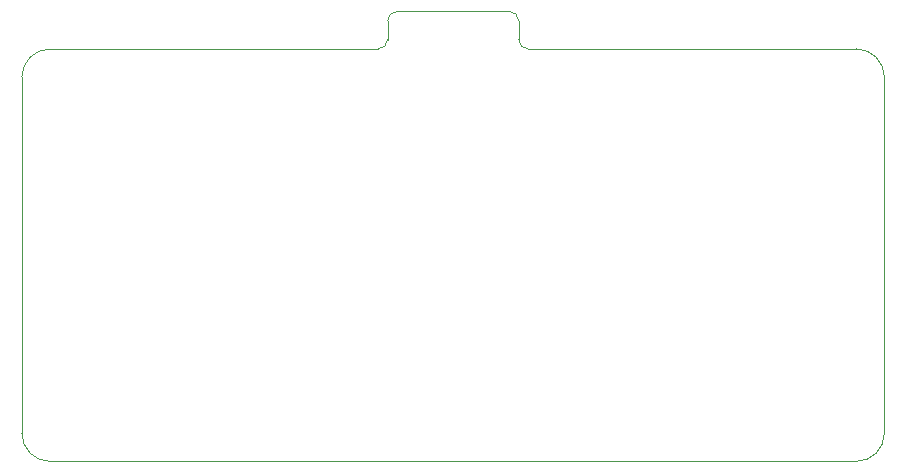
<source format=gm1>
G04 #@! TF.GenerationSoftware,KiCad,Pcbnew,(5.1.9-0-10_14)*
G04 #@! TF.CreationDate,2021-03-17T22:28:09-07:00*
G04 #@! TF.ProjectId,Croaky4,43726f61-6b79-4342-9e6b-696361645f70,rev?*
G04 #@! TF.SameCoordinates,Original*
G04 #@! TF.FileFunction,Profile,NP*
%FSLAX46Y46*%
G04 Gerber Fmt 4.6, Leading zero omitted, Abs format (unit mm)*
G04 Created by KiCad (PCBNEW (5.1.9-0-10_14)) date 2021-03-17 22:28:09*
%MOMM*%
%LPD*%
G01*
G04 APERTURE LIST*
G04 #@! TA.AperFunction,Profile*
%ADD10C,0.050000*%
G04 #@! TD*
G04 APERTURE END LIST*
D10*
X-45243750Y37306250D02*
X-73025000Y37306250D01*
X-73025000Y2381250D02*
X-4762500Y2381250D01*
X-32543750Y37306250D02*
X-4762500Y37306250D01*
X-33337500Y39687500D02*
X-33337500Y38100000D01*
X-43656250Y40481250D02*
X-34131250Y40481250D01*
X-44450000Y39687500D02*
X-44450000Y38100000D01*
X-44450000Y39687500D02*
G75*
G02*
X-43656250Y40481250I793750J0D01*
G01*
X-34131250Y40481250D02*
G75*
G02*
X-33337500Y39687500I0J-793750D01*
G01*
X-32543750Y37306250D02*
G75*
G02*
X-33337500Y38100000I0J793750D01*
G01*
X-44450000Y38100000D02*
G75*
G02*
X-45243750Y37306250I-793750J0D01*
G01*
X-2381250Y4762500D02*
X-2381250Y34925000D01*
X-4762500Y37306250D02*
G75*
G02*
X-2381250Y34925000I0J-2381250D01*
G01*
X-75406250Y34925000D02*
X-75406250Y4762500D01*
X-2381250Y4762500D02*
G75*
G02*
X-4762500Y2381250I-2381250J0D01*
G01*
X-73025000Y2381250D02*
G75*
G02*
X-75406250Y4762500I0J2381250D01*
G01*
X-75406250Y34925000D02*
G75*
G02*
X-73025000Y37306250I2381250J0D01*
G01*
M02*

</source>
